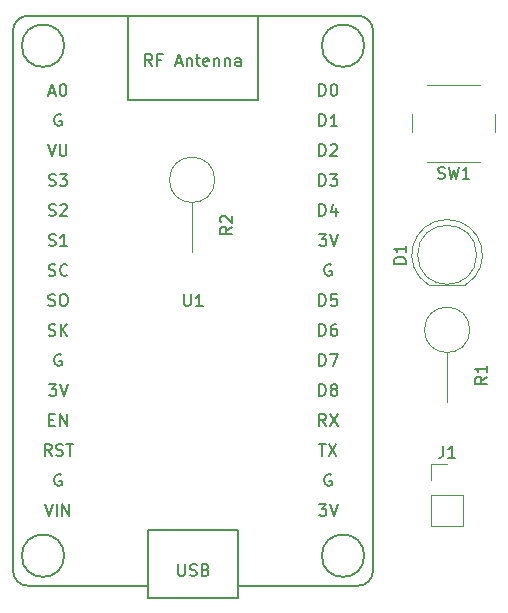
<source format=gbr>
G04 #@! TF.GenerationSoftware,KiCad,Pcbnew,5.1.5-52549c5~86~ubuntu18.04.1*
G04 #@! TF.CreationDate,2020-04-21T17:43:41+02:00*
G04 #@! TF.ProjectId,NODEMCU_PLACA_EMISOR_V01B,4e4f4445-4d43-4555-9f50-4c4143415f45,V1.0*
G04 #@! TF.SameCoordinates,Original*
G04 #@! TF.FileFunction,Legend,Top*
G04 #@! TF.FilePolarity,Positive*
%FSLAX46Y46*%
G04 Gerber Fmt 4.6, Leading zero omitted, Abs format (unit mm)*
G04 Created by KiCad (PCBNEW 5.1.5-52549c5~86~ubuntu18.04.1) date 2020-04-21 17:43:41*
%MOMM*%
%LPD*%
G04 APERTURE LIST*
%ADD10C,0.150000*%
%ADD11C,0.120000*%
G04 APERTURE END LIST*
D10*
X135975001Y-106755001D02*
X125805001Y-106755001D01*
X127495001Y-65625001D02*
X116495001Y-65625001D01*
X127495001Y-58495001D02*
X127495001Y-65625001D01*
X116495001Y-65625001D02*
X116495001Y-58495001D01*
X118195001Y-107755001D02*
X118195001Y-102025001D01*
X118195001Y-102025001D02*
X125795001Y-102025001D01*
X125795001Y-102025001D02*
X125795001Y-107755001D01*
X125795001Y-107755001D02*
X118195001Y-107755001D01*
X108025001Y-58495001D02*
G75*
G03X106755001Y-59765001I0J-1270000D01*
G01*
X137235001Y-59765001D02*
G75*
G03X135965001Y-58495001I-1270000J0D01*
G01*
X135965001Y-106755001D02*
G75*
G03X137235001Y-105485001I0J1270000D01*
G01*
X106755001Y-105485001D02*
G75*
G03X108025001Y-106755001I1270000J0D01*
G01*
X137235001Y-59765001D02*
X137235001Y-105485001D01*
X106755001Y-59765001D02*
X106755001Y-105485001D01*
X118195001Y-106755001D02*
X108025001Y-106755001D01*
X136491052Y-104215001D02*
G75*
G03X136491052Y-104215001I-1796051J0D01*
G01*
X111091052Y-104215001D02*
G75*
G03X111091052Y-104215001I-1796051J0D01*
G01*
X111091052Y-61035001D02*
G75*
G03X111091052Y-61035001I-1796051J0D01*
G01*
X136491052Y-61035001D02*
G75*
G03X136491052Y-61035001I-1796051J0D01*
G01*
X135965001Y-58495001D02*
X108025001Y-58495001D01*
D11*
X143510462Y-75750000D02*
G75*
G03X141965170Y-81300000I-462J-2990000D01*
G01*
X143509538Y-75750000D02*
G75*
G02X145054830Y-81300000I462J-2990000D01*
G01*
X146010000Y-78740000D02*
G75*
G03X146010000Y-78740000I-2500000J0D01*
G01*
X141965000Y-81300000D02*
X145055000Y-81300000D01*
X142180000Y-101660000D02*
X144840000Y-101660000D01*
X142180000Y-99060000D02*
X142180000Y-101660000D01*
X144840000Y-99060000D02*
X144840000Y-101660000D01*
X142180000Y-99060000D02*
X144840000Y-99060000D01*
X142180000Y-97790000D02*
X142180000Y-96460000D01*
X142180000Y-96460000D02*
X143510000Y-96460000D01*
X145430000Y-85090000D02*
G75*
G03X145430000Y-85090000I-1920000J0D01*
G01*
X143510000Y-87010000D02*
X143510000Y-91210000D01*
X121920000Y-74310000D02*
X121920000Y-78510000D01*
X123840000Y-72390000D02*
G75*
G03X123840000Y-72390000I-1920000J0D01*
G01*
X146320000Y-64350000D02*
X141820000Y-64350000D01*
X147570000Y-68350000D02*
X147570000Y-66850000D01*
X141820000Y-70850000D02*
X146320000Y-70850000D01*
X140570000Y-66850000D02*
X140570000Y-68350000D01*
D10*
X121233096Y-82077381D02*
X121233096Y-82886905D01*
X121280715Y-82982143D01*
X121328334Y-83029762D01*
X121423572Y-83077381D01*
X121614048Y-83077381D01*
X121709286Y-83029762D01*
X121756905Y-82982143D01*
X121804524Y-82886905D01*
X121804524Y-82077381D01*
X122804524Y-83077381D02*
X122233096Y-83077381D01*
X122518810Y-83077381D02*
X122518810Y-82077381D01*
X122423572Y-82220239D01*
X122328334Y-82315477D01*
X122233096Y-82363096D01*
X120733096Y-104937381D02*
X120733096Y-105746905D01*
X120780715Y-105842143D01*
X120828334Y-105889762D01*
X120923572Y-105937381D01*
X121114048Y-105937381D01*
X121209286Y-105889762D01*
X121256905Y-105842143D01*
X121304524Y-105746905D01*
X121304524Y-104937381D01*
X121733096Y-105889762D02*
X121875953Y-105937381D01*
X122114048Y-105937381D01*
X122209286Y-105889762D01*
X122256905Y-105842143D01*
X122304524Y-105746905D01*
X122304524Y-105651667D01*
X122256905Y-105556429D01*
X122209286Y-105508810D01*
X122114048Y-105461191D01*
X121923572Y-105413572D01*
X121828334Y-105365953D01*
X121780715Y-105318334D01*
X121733096Y-105223096D01*
X121733096Y-105127858D01*
X121780715Y-105032620D01*
X121828334Y-104985001D01*
X121923572Y-104937381D01*
X122161667Y-104937381D01*
X122304524Y-104985001D01*
X123066429Y-105413572D02*
X123209286Y-105461191D01*
X123256905Y-105508810D01*
X123304524Y-105604048D01*
X123304524Y-105746905D01*
X123256905Y-105842143D01*
X123209286Y-105889762D01*
X123114048Y-105937381D01*
X122733096Y-105937381D01*
X122733096Y-104937381D01*
X123066429Y-104937381D01*
X123161667Y-104985001D01*
X123209286Y-105032620D01*
X123256905Y-105127858D01*
X123256905Y-105223096D01*
X123209286Y-105318334D01*
X123161667Y-105365953D01*
X123066429Y-105413572D01*
X122733096Y-105413572D01*
X118542620Y-62757381D02*
X118209286Y-62281191D01*
X117971191Y-62757381D02*
X117971191Y-61757381D01*
X118352143Y-61757381D01*
X118447381Y-61805001D01*
X118495001Y-61852620D01*
X118542620Y-61947858D01*
X118542620Y-62090715D01*
X118495001Y-62185953D01*
X118447381Y-62233572D01*
X118352143Y-62281191D01*
X117971191Y-62281191D01*
X119304524Y-62233572D02*
X118971191Y-62233572D01*
X118971191Y-62757381D02*
X118971191Y-61757381D01*
X119447381Y-61757381D01*
X120542620Y-62471667D02*
X121018810Y-62471667D01*
X120447381Y-62757381D02*
X120780715Y-61757381D01*
X121114048Y-62757381D01*
X121447381Y-62090715D02*
X121447381Y-62757381D01*
X121447381Y-62185953D02*
X121495001Y-62138334D01*
X121590239Y-62090715D01*
X121733096Y-62090715D01*
X121828334Y-62138334D01*
X121875953Y-62233572D01*
X121875953Y-62757381D01*
X122209286Y-62090715D02*
X122590239Y-62090715D01*
X122352143Y-61757381D02*
X122352143Y-62614524D01*
X122399762Y-62709762D01*
X122495001Y-62757381D01*
X122590239Y-62757381D01*
X123304524Y-62709762D02*
X123209286Y-62757381D01*
X123018810Y-62757381D01*
X122923572Y-62709762D01*
X122875953Y-62614524D01*
X122875953Y-62233572D01*
X122923572Y-62138334D01*
X123018810Y-62090715D01*
X123209286Y-62090715D01*
X123304524Y-62138334D01*
X123352143Y-62233572D01*
X123352143Y-62328810D01*
X122875953Y-62424048D01*
X123780715Y-62090715D02*
X123780715Y-62757381D01*
X123780715Y-62185953D02*
X123828334Y-62138334D01*
X123923572Y-62090715D01*
X124066429Y-62090715D01*
X124161667Y-62138334D01*
X124209286Y-62233572D01*
X124209286Y-62757381D01*
X124685477Y-62090715D02*
X124685477Y-62757381D01*
X124685477Y-62185953D02*
X124733096Y-62138334D01*
X124828334Y-62090715D01*
X124971191Y-62090715D01*
X125066429Y-62138334D01*
X125114048Y-62233572D01*
X125114048Y-62757381D01*
X126018810Y-62757381D02*
X126018810Y-62233572D01*
X125971191Y-62138334D01*
X125875953Y-62090715D01*
X125685477Y-62090715D01*
X125590239Y-62138334D01*
X126018810Y-62709762D02*
X125923572Y-62757381D01*
X125685477Y-62757381D01*
X125590239Y-62709762D01*
X125542620Y-62614524D01*
X125542620Y-62519286D01*
X125590239Y-62424048D01*
X125685477Y-62376429D01*
X125923572Y-62376429D01*
X126018810Y-62328810D01*
X109469762Y-99857381D02*
X109803096Y-100857381D01*
X110136429Y-99857381D01*
X110469762Y-100857381D02*
X110469762Y-99857381D01*
X110945953Y-100857381D02*
X110945953Y-99857381D01*
X111517381Y-100857381D01*
X111517381Y-99857381D01*
X110826905Y-97365001D02*
X110731667Y-97317381D01*
X110588810Y-97317381D01*
X110445953Y-97365001D01*
X110350715Y-97460239D01*
X110303096Y-97555477D01*
X110255477Y-97745953D01*
X110255477Y-97888810D01*
X110303096Y-98079286D01*
X110350715Y-98174524D01*
X110445953Y-98269762D01*
X110588810Y-98317381D01*
X110684048Y-98317381D01*
X110826905Y-98269762D01*
X110874524Y-98222143D01*
X110874524Y-97888810D01*
X110684048Y-97888810D01*
X110017381Y-95777381D02*
X109684048Y-95301191D01*
X109445953Y-95777381D02*
X109445953Y-94777381D01*
X109826905Y-94777381D01*
X109922143Y-94825001D01*
X109969762Y-94872620D01*
X110017381Y-94967858D01*
X110017381Y-95110715D01*
X109969762Y-95205953D01*
X109922143Y-95253572D01*
X109826905Y-95301191D01*
X109445953Y-95301191D01*
X110398334Y-95729762D02*
X110541191Y-95777381D01*
X110779286Y-95777381D01*
X110874524Y-95729762D01*
X110922143Y-95682143D01*
X110969762Y-95586905D01*
X110969762Y-95491667D01*
X110922143Y-95396429D01*
X110874524Y-95348810D01*
X110779286Y-95301191D01*
X110588810Y-95253572D01*
X110493572Y-95205953D01*
X110445953Y-95158334D01*
X110398334Y-95063096D01*
X110398334Y-94967858D01*
X110445953Y-94872620D01*
X110493572Y-94825001D01*
X110588810Y-94777381D01*
X110826905Y-94777381D01*
X110969762Y-94825001D01*
X111255477Y-94777381D02*
X111826905Y-94777381D01*
X111541191Y-95777381D02*
X111541191Y-94777381D01*
X109826905Y-92713572D02*
X110160239Y-92713572D01*
X110303096Y-93237381D02*
X109826905Y-93237381D01*
X109826905Y-92237381D01*
X110303096Y-92237381D01*
X110731667Y-93237381D02*
X110731667Y-92237381D01*
X111303096Y-93237381D01*
X111303096Y-92237381D01*
X109803096Y-89697381D02*
X110422143Y-89697381D01*
X110088810Y-90078334D01*
X110231667Y-90078334D01*
X110326905Y-90125953D01*
X110374524Y-90173572D01*
X110422143Y-90268810D01*
X110422143Y-90506905D01*
X110374524Y-90602143D01*
X110326905Y-90649762D01*
X110231667Y-90697381D01*
X109945953Y-90697381D01*
X109850715Y-90649762D01*
X109803096Y-90602143D01*
X110707858Y-89697381D02*
X111041191Y-90697381D01*
X111374524Y-89697381D01*
X110826905Y-87205001D02*
X110731667Y-87157381D01*
X110588810Y-87157381D01*
X110445953Y-87205001D01*
X110350715Y-87300239D01*
X110303096Y-87395477D01*
X110255477Y-87585953D01*
X110255477Y-87728810D01*
X110303096Y-87919286D01*
X110350715Y-88014524D01*
X110445953Y-88109762D01*
X110588810Y-88157381D01*
X110684048Y-88157381D01*
X110826905Y-88109762D01*
X110874524Y-88062143D01*
X110874524Y-87728810D01*
X110684048Y-87728810D01*
X109779286Y-85569762D02*
X109922143Y-85617381D01*
X110160239Y-85617381D01*
X110255477Y-85569762D01*
X110303096Y-85522143D01*
X110350715Y-85426905D01*
X110350715Y-85331667D01*
X110303096Y-85236429D01*
X110255477Y-85188810D01*
X110160239Y-85141191D01*
X109969762Y-85093572D01*
X109874524Y-85045953D01*
X109826905Y-84998334D01*
X109779286Y-84903096D01*
X109779286Y-84807858D01*
X109826905Y-84712620D01*
X109874524Y-84665001D01*
X109969762Y-84617381D01*
X110207858Y-84617381D01*
X110350715Y-84665001D01*
X110779286Y-85617381D02*
X110779286Y-84617381D01*
X111350715Y-85617381D02*
X110922143Y-85045953D01*
X111350715Y-84617381D02*
X110779286Y-85188810D01*
X109755477Y-83029762D02*
X109898334Y-83077381D01*
X110136429Y-83077381D01*
X110231667Y-83029762D01*
X110279286Y-82982143D01*
X110326905Y-82886905D01*
X110326905Y-82791667D01*
X110279286Y-82696429D01*
X110231667Y-82648810D01*
X110136429Y-82601191D01*
X109945953Y-82553572D01*
X109850715Y-82505953D01*
X109803096Y-82458334D01*
X109755477Y-82363096D01*
X109755477Y-82267858D01*
X109803096Y-82172620D01*
X109850715Y-82125001D01*
X109945953Y-82077381D01*
X110184048Y-82077381D01*
X110326905Y-82125001D01*
X110945953Y-82077381D02*
X111136429Y-82077381D01*
X111231667Y-82125001D01*
X111326905Y-82220239D01*
X111374524Y-82410715D01*
X111374524Y-82744048D01*
X111326905Y-82934524D01*
X111231667Y-83029762D01*
X111136429Y-83077381D01*
X110945953Y-83077381D01*
X110850715Y-83029762D01*
X110755477Y-82934524D01*
X110707858Y-82744048D01*
X110707858Y-82410715D01*
X110755477Y-82220239D01*
X110850715Y-82125001D01*
X110945953Y-82077381D01*
X109779286Y-80489762D02*
X109922143Y-80537381D01*
X110160239Y-80537381D01*
X110255477Y-80489762D01*
X110303096Y-80442143D01*
X110350715Y-80346905D01*
X110350715Y-80251667D01*
X110303096Y-80156429D01*
X110255477Y-80108810D01*
X110160239Y-80061191D01*
X109969762Y-80013572D01*
X109874524Y-79965953D01*
X109826905Y-79918334D01*
X109779286Y-79823096D01*
X109779286Y-79727858D01*
X109826905Y-79632620D01*
X109874524Y-79585001D01*
X109969762Y-79537381D01*
X110207858Y-79537381D01*
X110350715Y-79585001D01*
X111350715Y-80442143D02*
X111303096Y-80489762D01*
X111160239Y-80537381D01*
X111065001Y-80537381D01*
X110922143Y-80489762D01*
X110826905Y-80394524D01*
X110779286Y-80299286D01*
X110731667Y-80108810D01*
X110731667Y-79965953D01*
X110779286Y-79775477D01*
X110826905Y-79680239D01*
X110922143Y-79585001D01*
X111065001Y-79537381D01*
X111160239Y-79537381D01*
X111303096Y-79585001D01*
X111350715Y-79632620D01*
X109803096Y-77949762D02*
X109945953Y-77997381D01*
X110184048Y-77997381D01*
X110279286Y-77949762D01*
X110326905Y-77902143D01*
X110374524Y-77806905D01*
X110374524Y-77711667D01*
X110326905Y-77616429D01*
X110279286Y-77568810D01*
X110184048Y-77521191D01*
X109993572Y-77473572D01*
X109898334Y-77425953D01*
X109850715Y-77378334D01*
X109803096Y-77283096D01*
X109803096Y-77187858D01*
X109850715Y-77092620D01*
X109898334Y-77045001D01*
X109993572Y-76997381D01*
X110231667Y-76997381D01*
X110374524Y-77045001D01*
X111326905Y-77997381D02*
X110755477Y-77997381D01*
X111041191Y-77997381D02*
X111041191Y-76997381D01*
X110945953Y-77140239D01*
X110850715Y-77235477D01*
X110755477Y-77283096D01*
X109803096Y-75409762D02*
X109945953Y-75457381D01*
X110184048Y-75457381D01*
X110279286Y-75409762D01*
X110326905Y-75362143D01*
X110374524Y-75266905D01*
X110374524Y-75171667D01*
X110326905Y-75076429D01*
X110279286Y-75028810D01*
X110184048Y-74981191D01*
X109993572Y-74933572D01*
X109898334Y-74885953D01*
X109850715Y-74838334D01*
X109803096Y-74743096D01*
X109803096Y-74647858D01*
X109850715Y-74552620D01*
X109898334Y-74505001D01*
X109993572Y-74457381D01*
X110231667Y-74457381D01*
X110374524Y-74505001D01*
X110755477Y-74552620D02*
X110803096Y-74505001D01*
X110898334Y-74457381D01*
X111136429Y-74457381D01*
X111231667Y-74505001D01*
X111279286Y-74552620D01*
X111326905Y-74647858D01*
X111326905Y-74743096D01*
X111279286Y-74885953D01*
X110707858Y-75457381D01*
X111326905Y-75457381D01*
X109803096Y-72869762D02*
X109945953Y-72917381D01*
X110184048Y-72917381D01*
X110279286Y-72869762D01*
X110326905Y-72822143D01*
X110374524Y-72726905D01*
X110374524Y-72631667D01*
X110326905Y-72536429D01*
X110279286Y-72488810D01*
X110184048Y-72441191D01*
X109993572Y-72393572D01*
X109898334Y-72345953D01*
X109850715Y-72298334D01*
X109803096Y-72203096D01*
X109803096Y-72107858D01*
X109850715Y-72012620D01*
X109898334Y-71965001D01*
X109993572Y-71917381D01*
X110231667Y-71917381D01*
X110374524Y-71965001D01*
X110707858Y-71917381D02*
X111326905Y-71917381D01*
X110993572Y-72298334D01*
X111136429Y-72298334D01*
X111231667Y-72345953D01*
X111279286Y-72393572D01*
X111326905Y-72488810D01*
X111326905Y-72726905D01*
X111279286Y-72822143D01*
X111231667Y-72869762D01*
X111136429Y-72917381D01*
X110850715Y-72917381D01*
X110755477Y-72869762D01*
X110707858Y-72822143D01*
X109707858Y-69377381D02*
X110041191Y-70377381D01*
X110374524Y-69377381D01*
X110707858Y-69377381D02*
X110707858Y-70186905D01*
X110755477Y-70282143D01*
X110803096Y-70329762D01*
X110898334Y-70377381D01*
X111088810Y-70377381D01*
X111184048Y-70329762D01*
X111231667Y-70282143D01*
X111279286Y-70186905D01*
X111279286Y-69377381D01*
X110826905Y-66885001D02*
X110731667Y-66837381D01*
X110588810Y-66837381D01*
X110445953Y-66885001D01*
X110350715Y-66980239D01*
X110303096Y-67075477D01*
X110255477Y-67265953D01*
X110255477Y-67408810D01*
X110303096Y-67599286D01*
X110350715Y-67694524D01*
X110445953Y-67789762D01*
X110588810Y-67837381D01*
X110684048Y-67837381D01*
X110826905Y-67789762D01*
X110874524Y-67742143D01*
X110874524Y-67408810D01*
X110684048Y-67408810D01*
X109850715Y-65011667D02*
X110326905Y-65011667D01*
X109755477Y-65297381D02*
X110088810Y-64297381D01*
X110422143Y-65297381D01*
X110945953Y-64297381D02*
X111041191Y-64297381D01*
X111136429Y-64345001D01*
X111184048Y-64392620D01*
X111231667Y-64487858D01*
X111279286Y-64678334D01*
X111279286Y-64916429D01*
X111231667Y-65106905D01*
X111184048Y-65202143D01*
X111136429Y-65249762D01*
X111041191Y-65297381D01*
X110945953Y-65297381D01*
X110850715Y-65249762D01*
X110803096Y-65202143D01*
X110755477Y-65106905D01*
X110707858Y-64916429D01*
X110707858Y-64678334D01*
X110755477Y-64487858D01*
X110803096Y-64392620D01*
X110850715Y-64345001D01*
X110945953Y-64297381D01*
X132663096Y-99857381D02*
X133282143Y-99857381D01*
X132948810Y-100238334D01*
X133091667Y-100238334D01*
X133186905Y-100285953D01*
X133234524Y-100333572D01*
X133282143Y-100428810D01*
X133282143Y-100666905D01*
X133234524Y-100762143D01*
X133186905Y-100809762D01*
X133091667Y-100857381D01*
X132805953Y-100857381D01*
X132710715Y-100809762D01*
X132663096Y-100762143D01*
X133567858Y-99857381D02*
X133901191Y-100857381D01*
X134234524Y-99857381D01*
X133686905Y-97365001D02*
X133591667Y-97317381D01*
X133448810Y-97317381D01*
X133305953Y-97365001D01*
X133210715Y-97460239D01*
X133163096Y-97555477D01*
X133115477Y-97745953D01*
X133115477Y-97888810D01*
X133163096Y-98079286D01*
X133210715Y-98174524D01*
X133305953Y-98269762D01*
X133448810Y-98317381D01*
X133544048Y-98317381D01*
X133686905Y-98269762D01*
X133734524Y-98222143D01*
X133734524Y-97888810D01*
X133544048Y-97888810D01*
X132663096Y-94777381D02*
X133234524Y-94777381D01*
X132948810Y-95777381D02*
X132948810Y-94777381D01*
X133472620Y-94777381D02*
X134139286Y-95777381D01*
X134139286Y-94777381D02*
X133472620Y-95777381D01*
X133258334Y-93237381D02*
X132925001Y-92761191D01*
X132686905Y-93237381D02*
X132686905Y-92237381D01*
X133067858Y-92237381D01*
X133163096Y-92285001D01*
X133210715Y-92332620D01*
X133258334Y-92427858D01*
X133258334Y-92570715D01*
X133210715Y-92665953D01*
X133163096Y-92713572D01*
X133067858Y-92761191D01*
X132686905Y-92761191D01*
X133591667Y-92237381D02*
X134258334Y-93237381D01*
X134258334Y-92237381D02*
X133591667Y-93237381D01*
X132686905Y-90697381D02*
X132686905Y-89697381D01*
X132925001Y-89697381D01*
X133067858Y-89745001D01*
X133163096Y-89840239D01*
X133210715Y-89935477D01*
X133258334Y-90125953D01*
X133258334Y-90268810D01*
X133210715Y-90459286D01*
X133163096Y-90554524D01*
X133067858Y-90649762D01*
X132925001Y-90697381D01*
X132686905Y-90697381D01*
X133829762Y-90125953D02*
X133734524Y-90078334D01*
X133686905Y-90030715D01*
X133639286Y-89935477D01*
X133639286Y-89887858D01*
X133686905Y-89792620D01*
X133734524Y-89745001D01*
X133829762Y-89697381D01*
X134020239Y-89697381D01*
X134115477Y-89745001D01*
X134163096Y-89792620D01*
X134210715Y-89887858D01*
X134210715Y-89935477D01*
X134163096Y-90030715D01*
X134115477Y-90078334D01*
X134020239Y-90125953D01*
X133829762Y-90125953D01*
X133734524Y-90173572D01*
X133686905Y-90221191D01*
X133639286Y-90316429D01*
X133639286Y-90506905D01*
X133686905Y-90602143D01*
X133734524Y-90649762D01*
X133829762Y-90697381D01*
X134020239Y-90697381D01*
X134115477Y-90649762D01*
X134163096Y-90602143D01*
X134210715Y-90506905D01*
X134210715Y-90316429D01*
X134163096Y-90221191D01*
X134115477Y-90173572D01*
X134020239Y-90125953D01*
X132686905Y-88157381D02*
X132686905Y-87157381D01*
X132925001Y-87157381D01*
X133067858Y-87205001D01*
X133163096Y-87300239D01*
X133210715Y-87395477D01*
X133258334Y-87585953D01*
X133258334Y-87728810D01*
X133210715Y-87919286D01*
X133163096Y-88014524D01*
X133067858Y-88109762D01*
X132925001Y-88157381D01*
X132686905Y-88157381D01*
X133591667Y-87157381D02*
X134258334Y-87157381D01*
X133829762Y-88157381D01*
X132686905Y-85617381D02*
X132686905Y-84617381D01*
X132925001Y-84617381D01*
X133067858Y-84665001D01*
X133163096Y-84760239D01*
X133210715Y-84855477D01*
X133258334Y-85045953D01*
X133258334Y-85188810D01*
X133210715Y-85379286D01*
X133163096Y-85474524D01*
X133067858Y-85569762D01*
X132925001Y-85617381D01*
X132686905Y-85617381D01*
X134115477Y-84617381D02*
X133925001Y-84617381D01*
X133829762Y-84665001D01*
X133782143Y-84712620D01*
X133686905Y-84855477D01*
X133639286Y-85045953D01*
X133639286Y-85426905D01*
X133686905Y-85522143D01*
X133734524Y-85569762D01*
X133829762Y-85617381D01*
X134020239Y-85617381D01*
X134115477Y-85569762D01*
X134163096Y-85522143D01*
X134210715Y-85426905D01*
X134210715Y-85188810D01*
X134163096Y-85093572D01*
X134115477Y-85045953D01*
X134020239Y-84998334D01*
X133829762Y-84998334D01*
X133734524Y-85045953D01*
X133686905Y-85093572D01*
X133639286Y-85188810D01*
X132686905Y-83077381D02*
X132686905Y-82077381D01*
X132925001Y-82077381D01*
X133067858Y-82125001D01*
X133163096Y-82220239D01*
X133210715Y-82315477D01*
X133258334Y-82505953D01*
X133258334Y-82648810D01*
X133210715Y-82839286D01*
X133163096Y-82934524D01*
X133067858Y-83029762D01*
X132925001Y-83077381D01*
X132686905Y-83077381D01*
X134163096Y-82077381D02*
X133686905Y-82077381D01*
X133639286Y-82553572D01*
X133686905Y-82505953D01*
X133782143Y-82458334D01*
X134020239Y-82458334D01*
X134115477Y-82505953D01*
X134163096Y-82553572D01*
X134210715Y-82648810D01*
X134210715Y-82886905D01*
X134163096Y-82982143D01*
X134115477Y-83029762D01*
X134020239Y-83077381D01*
X133782143Y-83077381D01*
X133686905Y-83029762D01*
X133639286Y-82982143D01*
X133686905Y-79585001D02*
X133591667Y-79537381D01*
X133448810Y-79537381D01*
X133305953Y-79585001D01*
X133210715Y-79680239D01*
X133163096Y-79775477D01*
X133115477Y-79965953D01*
X133115477Y-80108810D01*
X133163096Y-80299286D01*
X133210715Y-80394524D01*
X133305953Y-80489762D01*
X133448810Y-80537381D01*
X133544048Y-80537381D01*
X133686905Y-80489762D01*
X133734524Y-80442143D01*
X133734524Y-80108810D01*
X133544048Y-80108810D01*
X132663096Y-76997381D02*
X133282143Y-76997381D01*
X132948810Y-77378334D01*
X133091667Y-77378334D01*
X133186905Y-77425953D01*
X133234524Y-77473572D01*
X133282143Y-77568810D01*
X133282143Y-77806905D01*
X133234524Y-77902143D01*
X133186905Y-77949762D01*
X133091667Y-77997381D01*
X132805953Y-77997381D01*
X132710715Y-77949762D01*
X132663096Y-77902143D01*
X133567858Y-76997381D02*
X133901191Y-77997381D01*
X134234524Y-76997381D01*
X132686905Y-75457381D02*
X132686905Y-74457381D01*
X132925001Y-74457381D01*
X133067858Y-74505001D01*
X133163096Y-74600239D01*
X133210715Y-74695477D01*
X133258334Y-74885953D01*
X133258334Y-75028810D01*
X133210715Y-75219286D01*
X133163096Y-75314524D01*
X133067858Y-75409762D01*
X132925001Y-75457381D01*
X132686905Y-75457381D01*
X134115477Y-74790715D02*
X134115477Y-75457381D01*
X133877381Y-74409762D02*
X133639286Y-75124048D01*
X134258334Y-75124048D01*
X132686905Y-72917381D02*
X132686905Y-71917381D01*
X132925001Y-71917381D01*
X133067858Y-71965001D01*
X133163096Y-72060239D01*
X133210715Y-72155477D01*
X133258334Y-72345953D01*
X133258334Y-72488810D01*
X133210715Y-72679286D01*
X133163096Y-72774524D01*
X133067858Y-72869762D01*
X132925001Y-72917381D01*
X132686905Y-72917381D01*
X133591667Y-71917381D02*
X134210715Y-71917381D01*
X133877381Y-72298334D01*
X134020239Y-72298334D01*
X134115477Y-72345953D01*
X134163096Y-72393572D01*
X134210715Y-72488810D01*
X134210715Y-72726905D01*
X134163096Y-72822143D01*
X134115477Y-72869762D01*
X134020239Y-72917381D01*
X133734524Y-72917381D01*
X133639286Y-72869762D01*
X133591667Y-72822143D01*
X132686905Y-70377381D02*
X132686905Y-69377381D01*
X132925001Y-69377381D01*
X133067858Y-69425001D01*
X133163096Y-69520239D01*
X133210715Y-69615477D01*
X133258334Y-69805953D01*
X133258334Y-69948810D01*
X133210715Y-70139286D01*
X133163096Y-70234524D01*
X133067858Y-70329762D01*
X132925001Y-70377381D01*
X132686905Y-70377381D01*
X133639286Y-69472620D02*
X133686905Y-69425001D01*
X133782143Y-69377381D01*
X134020239Y-69377381D01*
X134115477Y-69425001D01*
X134163096Y-69472620D01*
X134210715Y-69567858D01*
X134210715Y-69663096D01*
X134163096Y-69805953D01*
X133591667Y-70377381D01*
X134210715Y-70377381D01*
X132686905Y-67837381D02*
X132686905Y-66837381D01*
X132925001Y-66837381D01*
X133067858Y-66885001D01*
X133163096Y-66980239D01*
X133210715Y-67075477D01*
X133258334Y-67265953D01*
X133258334Y-67408810D01*
X133210715Y-67599286D01*
X133163096Y-67694524D01*
X133067858Y-67789762D01*
X132925001Y-67837381D01*
X132686905Y-67837381D01*
X134210715Y-67837381D02*
X133639286Y-67837381D01*
X133925001Y-67837381D02*
X133925001Y-66837381D01*
X133829762Y-66980239D01*
X133734524Y-67075477D01*
X133639286Y-67123096D01*
X132686905Y-65297381D02*
X132686905Y-64297381D01*
X132925001Y-64297381D01*
X133067858Y-64345001D01*
X133163096Y-64440239D01*
X133210715Y-64535477D01*
X133258334Y-64725953D01*
X133258334Y-64868810D01*
X133210715Y-65059286D01*
X133163096Y-65154524D01*
X133067858Y-65249762D01*
X132925001Y-65297381D01*
X132686905Y-65297381D01*
X133877381Y-64297381D02*
X133972620Y-64297381D01*
X134067858Y-64345001D01*
X134115477Y-64392620D01*
X134163096Y-64487858D01*
X134210715Y-64678334D01*
X134210715Y-64916429D01*
X134163096Y-65106905D01*
X134115477Y-65202143D01*
X134067858Y-65249762D01*
X133972620Y-65297381D01*
X133877381Y-65297381D01*
X133782143Y-65249762D01*
X133734524Y-65202143D01*
X133686905Y-65106905D01*
X133639286Y-64916429D01*
X133639286Y-64678334D01*
X133686905Y-64487858D01*
X133734524Y-64392620D01*
X133782143Y-64345001D01*
X133877381Y-64297381D01*
X140002380Y-79478095D02*
X139002380Y-79478095D01*
X139002380Y-79240000D01*
X139050000Y-79097142D01*
X139145238Y-79001904D01*
X139240476Y-78954285D01*
X139430952Y-78906666D01*
X139573809Y-78906666D01*
X139764285Y-78954285D01*
X139859523Y-79001904D01*
X139954761Y-79097142D01*
X140002380Y-79240000D01*
X140002380Y-79478095D01*
X140002380Y-77954285D02*
X140002380Y-78525714D01*
X140002380Y-78240000D02*
X139002380Y-78240000D01*
X139145238Y-78335238D01*
X139240476Y-78430476D01*
X139288095Y-78525714D01*
X143176666Y-94912380D02*
X143176666Y-95626666D01*
X143129047Y-95769523D01*
X143033809Y-95864761D01*
X142890952Y-95912380D01*
X142795714Y-95912380D01*
X144176666Y-95912380D02*
X143605238Y-95912380D01*
X143890952Y-95912380D02*
X143890952Y-94912380D01*
X143795714Y-95055238D01*
X143700476Y-95150476D01*
X143605238Y-95198095D01*
X146882380Y-89066666D02*
X146406190Y-89400000D01*
X146882380Y-89638095D02*
X145882380Y-89638095D01*
X145882380Y-89257142D01*
X145930000Y-89161904D01*
X145977619Y-89114285D01*
X146072857Y-89066666D01*
X146215714Y-89066666D01*
X146310952Y-89114285D01*
X146358571Y-89161904D01*
X146406190Y-89257142D01*
X146406190Y-89638095D01*
X146882380Y-88114285D02*
X146882380Y-88685714D01*
X146882380Y-88400000D02*
X145882380Y-88400000D01*
X146025238Y-88495238D01*
X146120476Y-88590476D01*
X146168095Y-88685714D01*
X125292380Y-76366666D02*
X124816190Y-76700000D01*
X125292380Y-76938095D02*
X124292380Y-76938095D01*
X124292380Y-76557142D01*
X124340000Y-76461904D01*
X124387619Y-76414285D01*
X124482857Y-76366666D01*
X124625714Y-76366666D01*
X124720952Y-76414285D01*
X124768571Y-76461904D01*
X124816190Y-76557142D01*
X124816190Y-76938095D01*
X124387619Y-75985714D02*
X124340000Y-75938095D01*
X124292380Y-75842857D01*
X124292380Y-75604761D01*
X124340000Y-75509523D01*
X124387619Y-75461904D01*
X124482857Y-75414285D01*
X124578095Y-75414285D01*
X124720952Y-75461904D01*
X125292380Y-76033333D01*
X125292380Y-75414285D01*
X142736666Y-72254761D02*
X142879523Y-72302380D01*
X143117619Y-72302380D01*
X143212857Y-72254761D01*
X143260476Y-72207142D01*
X143308095Y-72111904D01*
X143308095Y-72016666D01*
X143260476Y-71921428D01*
X143212857Y-71873809D01*
X143117619Y-71826190D01*
X142927142Y-71778571D01*
X142831904Y-71730952D01*
X142784285Y-71683333D01*
X142736666Y-71588095D01*
X142736666Y-71492857D01*
X142784285Y-71397619D01*
X142831904Y-71350000D01*
X142927142Y-71302380D01*
X143165238Y-71302380D01*
X143308095Y-71350000D01*
X143641428Y-71302380D02*
X143879523Y-72302380D01*
X144070000Y-71588095D01*
X144260476Y-72302380D01*
X144498571Y-71302380D01*
X145403333Y-72302380D02*
X144831904Y-72302380D01*
X145117619Y-72302380D02*
X145117619Y-71302380D01*
X145022380Y-71445238D01*
X144927142Y-71540476D01*
X144831904Y-71588095D01*
M02*

</source>
